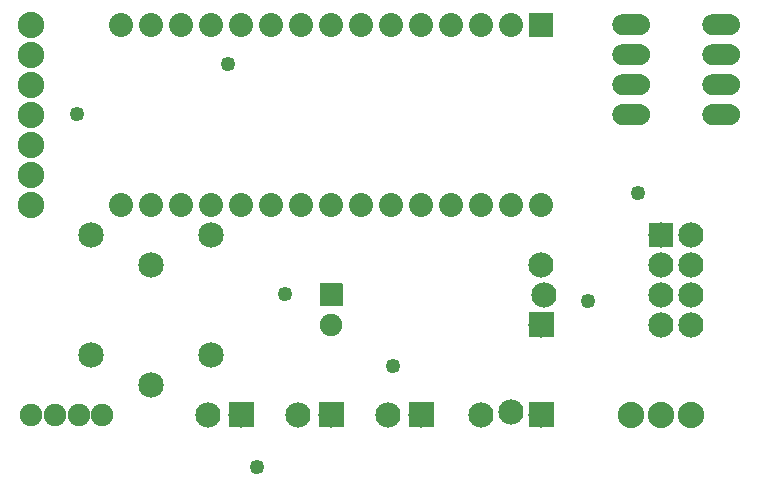
<source format=gts>
G04 MADE WITH FRITZING*
G04 WWW.FRITZING.ORG*
G04 DOUBLE SIDED*
G04 HOLES PLATED*
G04 CONTOUR ON CENTER OF CONTOUR VECTOR*
%ASAXBY*%
%FSLAX23Y23*%
%MOIN*%
%OFA0B0*%
%SFA1.0B1.0*%
%ADD10C,0.085000*%
%ADD11C,0.049370*%
%ADD12C,0.084000*%
%ADD13C,0.075000*%
%ADD14C,0.068189*%
%ADD15C,0.088000*%
%ADD16C,0.080000*%
%ADD17R,0.084000X0.084000*%
%ADD18R,0.080000X0.079972*%
%ADD19R,0.001000X0.001000*%
%LNMASK1*%
G90*
G70*
G54D10*
X740Y837D03*
X740Y437D03*
X540Y737D03*
X540Y337D03*
X340Y837D03*
X340Y437D03*
G54D11*
X291Y1239D03*
X1995Y615D03*
X795Y1407D03*
X2163Y975D03*
X987Y639D03*
X1347Y399D03*
X891Y63D03*
G54D12*
X2340Y837D03*
X2340Y737D03*
X2340Y637D03*
X2340Y537D03*
X2240Y837D03*
X2240Y737D03*
X2240Y637D03*
X2240Y537D03*
G54D13*
X140Y237D03*
X219Y237D03*
X298Y237D03*
X376Y237D03*
G54D14*
X2140Y1537D03*
X2140Y1437D03*
X2140Y1337D03*
X2140Y1237D03*
X2440Y1237D03*
X2440Y1337D03*
X2440Y1437D03*
X2440Y1537D03*
G54D12*
X1140Y237D03*
X1030Y237D03*
X1140Y237D03*
X1030Y237D03*
X840Y237D03*
X730Y237D03*
X840Y237D03*
X730Y237D03*
X1440Y237D03*
X1330Y237D03*
X1440Y237D03*
X1330Y237D03*
G54D15*
X2340Y237D03*
X2240Y237D03*
X2140Y237D03*
G54D12*
X1840Y237D03*
X1740Y247D03*
X1640Y237D03*
X1840Y237D03*
X1740Y247D03*
X1640Y237D03*
G54D13*
X1140Y537D03*
X1140Y637D03*
X1140Y537D03*
X1140Y637D03*
G54D12*
X1840Y537D03*
X1850Y637D03*
X1840Y737D03*
X1840Y537D03*
X1850Y637D03*
X1840Y737D03*
G54D15*
X140Y1537D03*
X140Y1437D03*
X140Y1337D03*
X140Y1237D03*
X140Y1137D03*
X140Y1037D03*
X140Y937D03*
G54D16*
X1840Y1537D03*
X1740Y1537D03*
X1640Y1537D03*
X1540Y1537D03*
X1440Y1537D03*
X1340Y1537D03*
X1240Y1537D03*
X1140Y1537D03*
X1040Y1537D03*
X940Y1537D03*
X840Y1537D03*
X740Y1537D03*
X640Y1537D03*
X540Y1537D03*
X440Y1537D03*
X1840Y937D03*
X1740Y937D03*
X1640Y937D03*
X1540Y937D03*
X1440Y937D03*
X1340Y937D03*
X1240Y937D03*
X1140Y937D03*
X1040Y937D03*
X940Y937D03*
X840Y937D03*
X740Y937D03*
X640Y937D03*
X540Y937D03*
X440Y937D03*
G54D17*
X2240Y837D03*
G54D18*
X1840Y1537D03*
G54D19*
X2105Y1571D02*
X2174Y1571D01*
X2405Y1571D02*
X2474Y1571D01*
X2101Y1570D02*
X2178Y1570D01*
X2401Y1570D02*
X2478Y1570D01*
X2098Y1569D02*
X2181Y1569D01*
X2398Y1569D02*
X2481Y1569D01*
X2096Y1568D02*
X2183Y1568D01*
X2396Y1568D02*
X2483Y1568D01*
X2094Y1567D02*
X2185Y1567D01*
X2394Y1567D02*
X2485Y1567D01*
X2092Y1566D02*
X2187Y1566D01*
X2392Y1566D02*
X2487Y1566D01*
X2091Y1565D02*
X2188Y1565D01*
X2391Y1565D02*
X2488Y1565D01*
X2090Y1564D02*
X2190Y1564D01*
X2390Y1564D02*
X2490Y1564D01*
X2088Y1563D02*
X2191Y1563D01*
X2388Y1563D02*
X2491Y1563D01*
X2087Y1562D02*
X2192Y1562D01*
X2387Y1562D02*
X2492Y1562D01*
X2086Y1561D02*
X2193Y1561D01*
X2386Y1561D02*
X2493Y1561D01*
X2085Y1560D02*
X2194Y1560D01*
X2385Y1560D02*
X2494Y1560D01*
X2085Y1559D02*
X2195Y1559D01*
X2385Y1559D02*
X2495Y1559D01*
X2084Y1558D02*
X2195Y1558D01*
X2384Y1558D02*
X2495Y1558D01*
X2083Y1557D02*
X2196Y1557D01*
X2383Y1557D02*
X2496Y1557D01*
X2082Y1556D02*
X2197Y1556D01*
X2382Y1556D02*
X2497Y1556D01*
X2082Y1555D02*
X2197Y1555D01*
X2382Y1555D02*
X2497Y1555D01*
X2081Y1554D02*
X2198Y1554D01*
X2381Y1554D02*
X2498Y1554D01*
X2081Y1553D02*
X2198Y1553D01*
X2381Y1553D02*
X2498Y1553D01*
X2080Y1552D02*
X2199Y1552D01*
X2380Y1552D02*
X2499Y1552D01*
X2080Y1551D02*
X2135Y1551D01*
X2144Y1551D02*
X2199Y1551D01*
X2380Y1551D02*
X2435Y1551D01*
X2444Y1551D02*
X2499Y1551D01*
X2079Y1550D02*
X2133Y1550D01*
X2147Y1550D02*
X2200Y1550D01*
X2379Y1550D02*
X2433Y1550D01*
X2447Y1550D02*
X2500Y1550D01*
X2079Y1549D02*
X2131Y1549D01*
X2148Y1549D02*
X2200Y1549D01*
X2379Y1549D02*
X2431Y1549D01*
X2448Y1549D02*
X2500Y1549D01*
X2079Y1548D02*
X2130Y1548D01*
X2149Y1548D02*
X2200Y1548D01*
X2379Y1548D02*
X2430Y1548D01*
X2449Y1548D02*
X2500Y1548D01*
X2078Y1547D02*
X2129Y1547D01*
X2150Y1547D02*
X2201Y1547D01*
X2378Y1547D02*
X2429Y1547D01*
X2450Y1547D02*
X2501Y1547D01*
X2078Y1546D02*
X2128Y1546D01*
X2151Y1546D02*
X2201Y1546D01*
X2378Y1546D02*
X2428Y1546D01*
X2451Y1546D02*
X2501Y1546D01*
X2078Y1545D02*
X2127Y1545D01*
X2152Y1545D02*
X2201Y1545D01*
X2378Y1545D02*
X2427Y1545D01*
X2452Y1545D02*
X2501Y1545D01*
X2078Y1544D02*
X2127Y1544D01*
X2153Y1544D02*
X2202Y1544D01*
X2378Y1544D02*
X2427Y1544D01*
X2453Y1544D02*
X2502Y1544D01*
X2077Y1543D02*
X2126Y1543D01*
X2153Y1543D02*
X2202Y1543D01*
X2377Y1543D02*
X2426Y1543D01*
X2453Y1543D02*
X2502Y1543D01*
X2077Y1542D02*
X2126Y1542D01*
X2153Y1542D02*
X2202Y1542D01*
X2377Y1542D02*
X2426Y1542D01*
X2453Y1542D02*
X2502Y1542D01*
X2077Y1541D02*
X2125Y1541D01*
X2154Y1541D02*
X2202Y1541D01*
X2377Y1541D02*
X2425Y1541D01*
X2454Y1541D02*
X2502Y1541D01*
X2077Y1540D02*
X2125Y1540D01*
X2154Y1540D02*
X2202Y1540D01*
X2377Y1540D02*
X2425Y1540D01*
X2454Y1540D02*
X2502Y1540D01*
X2077Y1539D02*
X2125Y1539D01*
X2154Y1539D02*
X2202Y1539D01*
X2377Y1539D02*
X2425Y1539D01*
X2454Y1539D02*
X2502Y1539D01*
X2077Y1538D02*
X2125Y1538D01*
X2154Y1538D02*
X2202Y1538D01*
X2377Y1538D02*
X2425Y1538D01*
X2454Y1538D02*
X2502Y1538D01*
X2077Y1537D02*
X2125Y1537D01*
X2154Y1537D02*
X2202Y1537D01*
X2377Y1537D02*
X2425Y1537D01*
X2454Y1537D02*
X2502Y1537D01*
X2077Y1536D02*
X2125Y1536D01*
X2154Y1536D02*
X2202Y1536D01*
X2377Y1536D02*
X2425Y1536D01*
X2454Y1536D02*
X2502Y1536D01*
X2077Y1535D02*
X2125Y1535D01*
X2154Y1535D02*
X2202Y1535D01*
X2377Y1535D02*
X2425Y1535D01*
X2454Y1535D02*
X2502Y1535D01*
X2077Y1534D02*
X2125Y1534D01*
X2154Y1534D02*
X2202Y1534D01*
X2377Y1534D02*
X2425Y1534D01*
X2454Y1534D02*
X2502Y1534D01*
X2077Y1533D02*
X2126Y1533D01*
X2153Y1533D02*
X2202Y1533D01*
X2377Y1533D02*
X2426Y1533D01*
X2453Y1533D02*
X2502Y1533D01*
X2077Y1532D02*
X2126Y1532D01*
X2153Y1532D02*
X2202Y1532D01*
X2377Y1532D02*
X2426Y1532D01*
X2453Y1532D02*
X2502Y1532D01*
X2078Y1531D02*
X2127Y1531D01*
X2153Y1531D02*
X2202Y1531D01*
X2378Y1531D02*
X2427Y1531D01*
X2453Y1531D02*
X2502Y1531D01*
X2078Y1530D02*
X2127Y1530D01*
X2152Y1530D02*
X2201Y1530D01*
X2378Y1530D02*
X2427Y1530D01*
X2452Y1530D02*
X2501Y1530D01*
X2078Y1529D02*
X2128Y1529D01*
X2151Y1529D02*
X2201Y1529D01*
X2378Y1529D02*
X2428Y1529D01*
X2451Y1529D02*
X2501Y1529D01*
X2078Y1528D02*
X2129Y1528D01*
X2150Y1528D02*
X2201Y1528D01*
X2378Y1528D02*
X2429Y1528D01*
X2450Y1528D02*
X2501Y1528D01*
X2079Y1527D02*
X2130Y1527D01*
X2149Y1527D02*
X2201Y1527D01*
X2379Y1527D02*
X2430Y1527D01*
X2449Y1527D02*
X2501Y1527D01*
X2079Y1526D02*
X2131Y1526D01*
X2148Y1526D02*
X2200Y1526D01*
X2379Y1526D02*
X2431Y1526D01*
X2448Y1526D02*
X2500Y1526D01*
X2079Y1525D02*
X2133Y1525D01*
X2147Y1525D02*
X2200Y1525D01*
X2379Y1525D02*
X2433Y1525D01*
X2447Y1525D02*
X2500Y1525D01*
X2080Y1524D02*
X2135Y1524D01*
X2144Y1524D02*
X2199Y1524D01*
X2380Y1524D02*
X2435Y1524D01*
X2444Y1524D02*
X2499Y1524D01*
X2080Y1523D02*
X2199Y1523D01*
X2380Y1523D02*
X2499Y1523D01*
X2081Y1522D02*
X2198Y1522D01*
X2381Y1522D02*
X2498Y1522D01*
X2081Y1521D02*
X2198Y1521D01*
X2381Y1521D02*
X2498Y1521D01*
X2082Y1520D02*
X2197Y1520D01*
X2382Y1520D02*
X2497Y1520D01*
X2082Y1519D02*
X2197Y1519D01*
X2382Y1519D02*
X2497Y1519D01*
X2083Y1518D02*
X2196Y1518D01*
X2383Y1518D02*
X2496Y1518D01*
X2084Y1517D02*
X2195Y1517D01*
X2384Y1517D02*
X2495Y1517D01*
X2085Y1516D02*
X2195Y1516D01*
X2385Y1516D02*
X2495Y1516D01*
X2085Y1515D02*
X2194Y1515D01*
X2385Y1515D02*
X2494Y1515D01*
X2086Y1514D02*
X2193Y1514D01*
X2386Y1514D02*
X2493Y1514D01*
X2087Y1513D02*
X2192Y1513D01*
X2387Y1513D02*
X2492Y1513D01*
X2088Y1512D02*
X2191Y1512D01*
X2388Y1512D02*
X2491Y1512D01*
X2090Y1511D02*
X2190Y1511D01*
X2390Y1511D02*
X2490Y1511D01*
X2091Y1510D02*
X2188Y1510D01*
X2391Y1510D02*
X2488Y1510D01*
X2092Y1509D02*
X2187Y1509D01*
X2392Y1509D02*
X2487Y1509D01*
X2094Y1508D02*
X2185Y1508D01*
X2394Y1508D02*
X2485Y1508D01*
X2096Y1507D02*
X2183Y1507D01*
X2396Y1507D02*
X2483Y1507D01*
X2098Y1506D02*
X2181Y1506D01*
X2398Y1506D02*
X2481Y1506D01*
X2101Y1505D02*
X2178Y1505D01*
X2401Y1505D02*
X2478Y1505D01*
X2105Y1504D02*
X2174Y1504D01*
X2405Y1504D02*
X2474Y1504D01*
X2105Y1471D02*
X2174Y1471D01*
X2405Y1471D02*
X2474Y1471D01*
X2101Y1470D02*
X2178Y1470D01*
X2401Y1470D02*
X2478Y1470D01*
X2098Y1469D02*
X2181Y1469D01*
X2398Y1469D02*
X2481Y1469D01*
X2096Y1468D02*
X2183Y1468D01*
X2396Y1468D02*
X2483Y1468D01*
X2094Y1467D02*
X2185Y1467D01*
X2394Y1467D02*
X2485Y1467D01*
X2092Y1466D02*
X2187Y1466D01*
X2392Y1466D02*
X2487Y1466D01*
X2091Y1465D02*
X2188Y1465D01*
X2391Y1465D02*
X2488Y1465D01*
X2090Y1464D02*
X2190Y1464D01*
X2390Y1464D02*
X2490Y1464D01*
X2088Y1463D02*
X2191Y1463D01*
X2388Y1463D02*
X2491Y1463D01*
X2087Y1462D02*
X2192Y1462D01*
X2387Y1462D02*
X2492Y1462D01*
X2086Y1461D02*
X2193Y1461D01*
X2386Y1461D02*
X2493Y1461D01*
X2085Y1460D02*
X2194Y1460D01*
X2385Y1460D02*
X2494Y1460D01*
X2085Y1459D02*
X2195Y1459D01*
X2385Y1459D02*
X2495Y1459D01*
X2084Y1458D02*
X2195Y1458D01*
X2384Y1458D02*
X2495Y1458D01*
X2083Y1457D02*
X2196Y1457D01*
X2383Y1457D02*
X2496Y1457D01*
X2082Y1456D02*
X2197Y1456D01*
X2382Y1456D02*
X2497Y1456D01*
X2082Y1455D02*
X2197Y1455D01*
X2382Y1455D02*
X2497Y1455D01*
X2081Y1454D02*
X2198Y1454D01*
X2381Y1454D02*
X2498Y1454D01*
X2081Y1453D02*
X2198Y1453D01*
X2381Y1453D02*
X2498Y1453D01*
X2080Y1452D02*
X2199Y1452D01*
X2380Y1452D02*
X2499Y1452D01*
X2080Y1451D02*
X2135Y1451D01*
X2144Y1451D02*
X2199Y1451D01*
X2380Y1451D02*
X2435Y1451D01*
X2444Y1451D02*
X2499Y1451D01*
X2079Y1450D02*
X2132Y1450D01*
X2147Y1450D02*
X2200Y1450D01*
X2379Y1450D02*
X2432Y1450D01*
X2447Y1450D02*
X2500Y1450D01*
X2079Y1449D02*
X2131Y1449D01*
X2148Y1449D02*
X2200Y1449D01*
X2379Y1449D02*
X2431Y1449D01*
X2448Y1449D02*
X2500Y1449D01*
X2079Y1448D02*
X2130Y1448D01*
X2149Y1448D02*
X2201Y1448D01*
X2379Y1448D02*
X2430Y1448D01*
X2449Y1448D02*
X2501Y1448D01*
X2078Y1447D02*
X2129Y1447D01*
X2150Y1447D02*
X2201Y1447D01*
X2378Y1447D02*
X2429Y1447D01*
X2450Y1447D02*
X2501Y1447D01*
X2078Y1446D02*
X2128Y1446D01*
X2151Y1446D02*
X2201Y1446D01*
X2378Y1446D02*
X2428Y1446D01*
X2451Y1446D02*
X2501Y1446D01*
X2078Y1445D02*
X2127Y1445D01*
X2152Y1445D02*
X2201Y1445D01*
X2378Y1445D02*
X2427Y1445D01*
X2452Y1445D02*
X2501Y1445D01*
X2078Y1444D02*
X2127Y1444D01*
X2153Y1444D02*
X2202Y1444D01*
X2378Y1444D02*
X2427Y1444D01*
X2453Y1444D02*
X2502Y1444D01*
X2077Y1443D02*
X2126Y1443D01*
X2153Y1443D02*
X2202Y1443D01*
X2377Y1443D02*
X2426Y1443D01*
X2453Y1443D02*
X2502Y1443D01*
X2077Y1442D02*
X2126Y1442D01*
X2153Y1442D02*
X2202Y1442D01*
X2377Y1442D02*
X2426Y1442D01*
X2453Y1442D02*
X2502Y1442D01*
X2077Y1441D02*
X2125Y1441D01*
X2154Y1441D02*
X2202Y1441D01*
X2377Y1441D02*
X2425Y1441D01*
X2454Y1441D02*
X2502Y1441D01*
X2077Y1440D02*
X2125Y1440D01*
X2154Y1440D02*
X2202Y1440D01*
X2377Y1440D02*
X2425Y1440D01*
X2454Y1440D02*
X2502Y1440D01*
X2077Y1439D02*
X2125Y1439D01*
X2154Y1439D02*
X2202Y1439D01*
X2377Y1439D02*
X2425Y1439D01*
X2454Y1439D02*
X2502Y1439D01*
X2077Y1438D02*
X2125Y1438D01*
X2154Y1438D02*
X2202Y1438D01*
X2377Y1438D02*
X2425Y1438D01*
X2454Y1438D02*
X2502Y1438D01*
X2077Y1437D02*
X2125Y1437D01*
X2154Y1437D02*
X2202Y1437D01*
X2377Y1437D02*
X2425Y1437D01*
X2454Y1437D02*
X2502Y1437D01*
X2077Y1436D02*
X2125Y1436D01*
X2154Y1436D02*
X2202Y1436D01*
X2377Y1436D02*
X2425Y1436D01*
X2454Y1436D02*
X2502Y1436D01*
X2077Y1435D02*
X2125Y1435D01*
X2154Y1435D02*
X2202Y1435D01*
X2377Y1435D02*
X2425Y1435D01*
X2454Y1435D02*
X2502Y1435D01*
X2077Y1434D02*
X2125Y1434D01*
X2154Y1434D02*
X2202Y1434D01*
X2377Y1434D02*
X2425Y1434D01*
X2454Y1434D02*
X2502Y1434D01*
X2077Y1433D02*
X2126Y1433D01*
X2153Y1433D02*
X2202Y1433D01*
X2377Y1433D02*
X2426Y1433D01*
X2453Y1433D02*
X2502Y1433D01*
X2077Y1432D02*
X2126Y1432D01*
X2153Y1432D02*
X2202Y1432D01*
X2377Y1432D02*
X2426Y1432D01*
X2453Y1432D02*
X2502Y1432D01*
X2078Y1431D02*
X2127Y1431D01*
X2153Y1431D02*
X2202Y1431D01*
X2378Y1431D02*
X2427Y1431D01*
X2453Y1431D02*
X2502Y1431D01*
X2078Y1430D02*
X2127Y1430D01*
X2152Y1430D02*
X2201Y1430D01*
X2378Y1430D02*
X2427Y1430D01*
X2452Y1430D02*
X2501Y1430D01*
X2078Y1429D02*
X2128Y1429D01*
X2151Y1429D02*
X2201Y1429D01*
X2378Y1429D02*
X2428Y1429D01*
X2451Y1429D02*
X2501Y1429D01*
X2078Y1428D02*
X2129Y1428D01*
X2150Y1428D02*
X2201Y1428D01*
X2378Y1428D02*
X2429Y1428D01*
X2450Y1428D02*
X2501Y1428D01*
X2079Y1427D02*
X2130Y1427D01*
X2149Y1427D02*
X2200Y1427D01*
X2379Y1427D02*
X2430Y1427D01*
X2449Y1427D02*
X2500Y1427D01*
X2079Y1426D02*
X2131Y1426D01*
X2148Y1426D02*
X2200Y1426D01*
X2379Y1426D02*
X2431Y1426D01*
X2448Y1426D02*
X2500Y1426D01*
X2079Y1425D02*
X2133Y1425D01*
X2147Y1425D02*
X2200Y1425D01*
X2379Y1425D02*
X2433Y1425D01*
X2447Y1425D02*
X2500Y1425D01*
X2080Y1424D02*
X2135Y1424D01*
X2144Y1424D02*
X2199Y1424D01*
X2380Y1424D02*
X2435Y1424D01*
X2444Y1424D02*
X2499Y1424D01*
X2080Y1423D02*
X2199Y1423D01*
X2380Y1423D02*
X2499Y1423D01*
X2081Y1422D02*
X2198Y1422D01*
X2381Y1422D02*
X2498Y1422D01*
X2081Y1421D02*
X2198Y1421D01*
X2381Y1421D02*
X2498Y1421D01*
X2082Y1420D02*
X2197Y1420D01*
X2382Y1420D02*
X2497Y1420D01*
X2082Y1419D02*
X2197Y1419D01*
X2382Y1419D02*
X2497Y1419D01*
X2083Y1418D02*
X2196Y1418D01*
X2383Y1418D02*
X2496Y1418D01*
X2084Y1417D02*
X2195Y1417D01*
X2384Y1417D02*
X2495Y1417D01*
X2085Y1416D02*
X2195Y1416D01*
X2385Y1416D02*
X2495Y1416D01*
X2085Y1415D02*
X2194Y1415D01*
X2385Y1415D02*
X2494Y1415D01*
X2086Y1414D02*
X2193Y1414D01*
X2386Y1414D02*
X2493Y1414D01*
X2087Y1413D02*
X2192Y1413D01*
X2387Y1413D02*
X2492Y1413D01*
X2088Y1412D02*
X2191Y1412D01*
X2388Y1412D02*
X2491Y1412D01*
X2090Y1411D02*
X2190Y1411D01*
X2390Y1411D02*
X2490Y1411D01*
X2091Y1410D02*
X2188Y1410D01*
X2391Y1410D02*
X2488Y1410D01*
X2092Y1409D02*
X2187Y1409D01*
X2392Y1409D02*
X2487Y1409D01*
X2094Y1408D02*
X2185Y1408D01*
X2394Y1408D02*
X2485Y1408D01*
X2096Y1407D02*
X2183Y1407D01*
X2396Y1407D02*
X2483Y1407D01*
X2098Y1406D02*
X2181Y1406D01*
X2398Y1406D02*
X2481Y1406D01*
X2101Y1405D02*
X2178Y1405D01*
X2401Y1405D02*
X2478Y1405D01*
X2105Y1404D02*
X2174Y1404D01*
X2405Y1404D02*
X2474Y1404D01*
X2105Y1371D02*
X2174Y1371D01*
X2405Y1371D02*
X2474Y1371D01*
X2101Y1370D02*
X2178Y1370D01*
X2401Y1370D02*
X2478Y1370D01*
X2098Y1369D02*
X2181Y1369D01*
X2398Y1369D02*
X2481Y1369D01*
X2096Y1368D02*
X2183Y1368D01*
X2396Y1368D02*
X2483Y1368D01*
X2094Y1367D02*
X2185Y1367D01*
X2394Y1367D02*
X2485Y1367D01*
X2092Y1366D02*
X2187Y1366D01*
X2392Y1366D02*
X2487Y1366D01*
X2091Y1365D02*
X2188Y1365D01*
X2391Y1365D02*
X2488Y1365D01*
X2090Y1364D02*
X2190Y1364D01*
X2390Y1364D02*
X2490Y1364D01*
X2088Y1363D02*
X2191Y1363D01*
X2388Y1363D02*
X2491Y1363D01*
X2087Y1362D02*
X2192Y1362D01*
X2387Y1362D02*
X2492Y1362D01*
X2086Y1361D02*
X2193Y1361D01*
X2386Y1361D02*
X2493Y1361D01*
X2085Y1360D02*
X2194Y1360D01*
X2385Y1360D02*
X2494Y1360D01*
X2085Y1359D02*
X2195Y1359D01*
X2385Y1359D02*
X2495Y1359D01*
X2084Y1358D02*
X2195Y1358D01*
X2384Y1358D02*
X2495Y1358D01*
X2083Y1357D02*
X2196Y1357D01*
X2383Y1357D02*
X2496Y1357D01*
X2082Y1356D02*
X2197Y1356D01*
X2382Y1356D02*
X2497Y1356D01*
X2082Y1355D02*
X2197Y1355D01*
X2382Y1355D02*
X2497Y1355D01*
X2081Y1354D02*
X2198Y1354D01*
X2381Y1354D02*
X2498Y1354D01*
X2081Y1353D02*
X2198Y1353D01*
X2381Y1353D02*
X2498Y1353D01*
X2080Y1352D02*
X2199Y1352D01*
X2380Y1352D02*
X2499Y1352D01*
X2080Y1351D02*
X2135Y1351D01*
X2144Y1351D02*
X2199Y1351D01*
X2380Y1351D02*
X2435Y1351D01*
X2444Y1351D02*
X2499Y1351D01*
X2079Y1350D02*
X2132Y1350D01*
X2147Y1350D02*
X2200Y1350D01*
X2379Y1350D02*
X2432Y1350D01*
X2447Y1350D02*
X2500Y1350D01*
X2079Y1349D02*
X2131Y1349D01*
X2148Y1349D02*
X2200Y1349D01*
X2379Y1349D02*
X2431Y1349D01*
X2448Y1349D02*
X2500Y1349D01*
X2079Y1348D02*
X2130Y1348D01*
X2149Y1348D02*
X2201Y1348D01*
X2379Y1348D02*
X2430Y1348D01*
X2449Y1348D02*
X2501Y1348D01*
X2078Y1347D02*
X2129Y1347D01*
X2150Y1347D02*
X2201Y1347D01*
X2378Y1347D02*
X2429Y1347D01*
X2450Y1347D02*
X2501Y1347D01*
X2078Y1346D02*
X2128Y1346D01*
X2151Y1346D02*
X2201Y1346D01*
X2378Y1346D02*
X2428Y1346D01*
X2451Y1346D02*
X2501Y1346D01*
X2078Y1345D02*
X2127Y1345D01*
X2152Y1345D02*
X2201Y1345D01*
X2378Y1345D02*
X2427Y1345D01*
X2452Y1345D02*
X2501Y1345D01*
X2078Y1344D02*
X2127Y1344D01*
X2153Y1344D02*
X2202Y1344D01*
X2378Y1344D02*
X2427Y1344D01*
X2453Y1344D02*
X2502Y1344D01*
X2077Y1343D02*
X2126Y1343D01*
X2153Y1343D02*
X2202Y1343D01*
X2377Y1343D02*
X2426Y1343D01*
X2453Y1343D02*
X2502Y1343D01*
X2077Y1342D02*
X2126Y1342D01*
X2153Y1342D02*
X2202Y1342D01*
X2377Y1342D02*
X2426Y1342D01*
X2453Y1342D02*
X2502Y1342D01*
X2077Y1341D02*
X2125Y1341D01*
X2154Y1341D02*
X2202Y1341D01*
X2377Y1341D02*
X2425Y1341D01*
X2454Y1341D02*
X2502Y1341D01*
X2077Y1340D02*
X2125Y1340D01*
X2154Y1340D02*
X2202Y1340D01*
X2377Y1340D02*
X2425Y1340D01*
X2454Y1340D02*
X2502Y1340D01*
X2077Y1339D02*
X2125Y1339D01*
X2154Y1339D02*
X2202Y1339D01*
X2377Y1339D02*
X2425Y1339D01*
X2454Y1339D02*
X2502Y1339D01*
X2077Y1338D02*
X2125Y1338D01*
X2154Y1338D02*
X2202Y1338D01*
X2377Y1338D02*
X2425Y1338D01*
X2454Y1338D02*
X2502Y1338D01*
X2077Y1337D02*
X2125Y1337D01*
X2154Y1337D02*
X2202Y1337D01*
X2377Y1337D02*
X2425Y1337D01*
X2454Y1337D02*
X2502Y1337D01*
X2077Y1336D02*
X2125Y1336D01*
X2154Y1336D02*
X2202Y1336D01*
X2377Y1336D02*
X2425Y1336D01*
X2454Y1336D02*
X2502Y1336D01*
X2077Y1335D02*
X2125Y1335D01*
X2154Y1335D02*
X2202Y1335D01*
X2377Y1335D02*
X2425Y1335D01*
X2454Y1335D02*
X2502Y1335D01*
X2077Y1334D02*
X2125Y1334D01*
X2154Y1334D02*
X2202Y1334D01*
X2377Y1334D02*
X2425Y1334D01*
X2454Y1334D02*
X2502Y1334D01*
X2077Y1333D02*
X2126Y1333D01*
X2153Y1333D02*
X2202Y1333D01*
X2377Y1333D02*
X2426Y1333D01*
X2453Y1333D02*
X2502Y1333D01*
X2077Y1332D02*
X2126Y1332D01*
X2153Y1332D02*
X2202Y1332D01*
X2377Y1332D02*
X2426Y1332D01*
X2453Y1332D02*
X2502Y1332D01*
X2078Y1331D02*
X2127Y1331D01*
X2153Y1331D02*
X2202Y1331D01*
X2378Y1331D02*
X2427Y1331D01*
X2453Y1331D02*
X2502Y1331D01*
X2078Y1330D02*
X2127Y1330D01*
X2152Y1330D02*
X2201Y1330D01*
X2378Y1330D02*
X2427Y1330D01*
X2452Y1330D02*
X2501Y1330D01*
X2078Y1329D02*
X2128Y1329D01*
X2151Y1329D02*
X2201Y1329D01*
X2378Y1329D02*
X2428Y1329D01*
X2451Y1329D02*
X2501Y1329D01*
X2078Y1328D02*
X2129Y1328D01*
X2150Y1328D02*
X2201Y1328D01*
X2378Y1328D02*
X2429Y1328D01*
X2450Y1328D02*
X2501Y1328D01*
X2079Y1327D02*
X2130Y1327D01*
X2149Y1327D02*
X2200Y1327D01*
X2379Y1327D02*
X2430Y1327D01*
X2449Y1327D02*
X2500Y1327D01*
X2079Y1326D02*
X2131Y1326D01*
X2148Y1326D02*
X2200Y1326D01*
X2379Y1326D02*
X2431Y1326D01*
X2448Y1326D02*
X2500Y1326D01*
X2079Y1325D02*
X2133Y1325D01*
X2147Y1325D02*
X2200Y1325D01*
X2379Y1325D02*
X2433Y1325D01*
X2446Y1325D02*
X2500Y1325D01*
X2080Y1324D02*
X2135Y1324D01*
X2144Y1324D02*
X2199Y1324D01*
X2380Y1324D02*
X2435Y1324D01*
X2444Y1324D02*
X2499Y1324D01*
X2080Y1323D02*
X2199Y1323D01*
X2380Y1323D02*
X2499Y1323D01*
X2081Y1322D02*
X2198Y1322D01*
X2381Y1322D02*
X2498Y1322D01*
X2081Y1321D02*
X2198Y1321D01*
X2381Y1321D02*
X2498Y1321D01*
X2082Y1320D02*
X2197Y1320D01*
X2382Y1320D02*
X2497Y1320D01*
X2082Y1319D02*
X2197Y1319D01*
X2382Y1319D02*
X2497Y1319D01*
X2083Y1318D02*
X2196Y1318D01*
X2383Y1318D02*
X2496Y1318D01*
X2084Y1317D02*
X2195Y1317D01*
X2384Y1317D02*
X2495Y1317D01*
X2085Y1316D02*
X2195Y1316D01*
X2385Y1316D02*
X2495Y1316D01*
X2085Y1315D02*
X2194Y1315D01*
X2385Y1315D02*
X2494Y1315D01*
X2086Y1314D02*
X2193Y1314D01*
X2386Y1314D02*
X2493Y1314D01*
X2087Y1313D02*
X2192Y1313D01*
X2387Y1313D02*
X2492Y1313D01*
X2088Y1312D02*
X2191Y1312D01*
X2388Y1312D02*
X2491Y1312D01*
X2090Y1311D02*
X2189Y1311D01*
X2390Y1311D02*
X2489Y1311D01*
X2091Y1310D02*
X2188Y1310D01*
X2391Y1310D02*
X2488Y1310D01*
X2093Y1309D02*
X2187Y1309D01*
X2393Y1309D02*
X2487Y1309D01*
X2094Y1308D02*
X2185Y1308D01*
X2394Y1308D02*
X2485Y1308D01*
X2096Y1307D02*
X2183Y1307D01*
X2396Y1307D02*
X2483Y1307D01*
X2098Y1306D02*
X2181Y1306D01*
X2398Y1306D02*
X2481Y1306D01*
X2101Y1305D02*
X2178Y1305D01*
X2401Y1305D02*
X2478Y1305D01*
X2105Y1304D02*
X2174Y1304D01*
X2405Y1304D02*
X2474Y1304D01*
X2104Y1271D02*
X2175Y1271D01*
X2404Y1271D02*
X2475Y1271D01*
X2101Y1270D02*
X2178Y1270D01*
X2401Y1270D02*
X2478Y1270D01*
X2098Y1269D02*
X2181Y1269D01*
X2398Y1269D02*
X2481Y1269D01*
X2096Y1268D02*
X2183Y1268D01*
X2396Y1268D02*
X2483Y1268D01*
X2094Y1267D02*
X2185Y1267D01*
X2394Y1267D02*
X2485Y1267D01*
X2092Y1266D02*
X2187Y1266D01*
X2392Y1266D02*
X2487Y1266D01*
X2091Y1265D02*
X2188Y1265D01*
X2391Y1265D02*
X2488Y1265D01*
X2089Y1264D02*
X2190Y1264D01*
X2389Y1264D02*
X2490Y1264D01*
X2088Y1263D02*
X2191Y1263D01*
X2388Y1263D02*
X2491Y1263D01*
X2087Y1262D02*
X2192Y1262D01*
X2387Y1262D02*
X2492Y1262D01*
X2086Y1261D02*
X2193Y1261D01*
X2386Y1261D02*
X2493Y1261D01*
X2085Y1260D02*
X2194Y1260D01*
X2385Y1260D02*
X2494Y1260D01*
X2084Y1259D02*
X2195Y1259D01*
X2384Y1259D02*
X2495Y1259D01*
X2084Y1258D02*
X2195Y1258D01*
X2384Y1258D02*
X2495Y1258D01*
X2083Y1257D02*
X2196Y1257D01*
X2383Y1257D02*
X2496Y1257D01*
X2082Y1256D02*
X2197Y1256D01*
X2382Y1256D02*
X2497Y1256D01*
X2082Y1255D02*
X2197Y1255D01*
X2382Y1255D02*
X2497Y1255D01*
X2081Y1254D02*
X2198Y1254D01*
X2381Y1254D02*
X2498Y1254D01*
X2081Y1253D02*
X2198Y1253D01*
X2381Y1253D02*
X2498Y1253D01*
X2080Y1252D02*
X2199Y1252D01*
X2380Y1252D02*
X2499Y1252D01*
X2080Y1251D02*
X2135Y1251D01*
X2144Y1251D02*
X2199Y1251D01*
X2380Y1251D02*
X2435Y1251D01*
X2444Y1251D02*
X2499Y1251D01*
X2079Y1250D02*
X2132Y1250D01*
X2147Y1250D02*
X2200Y1250D01*
X2379Y1250D02*
X2432Y1250D01*
X2447Y1250D02*
X2500Y1250D01*
X2079Y1249D02*
X2131Y1249D01*
X2148Y1249D02*
X2200Y1249D01*
X2379Y1249D02*
X2431Y1249D01*
X2448Y1249D02*
X2500Y1249D01*
X2079Y1248D02*
X2130Y1248D01*
X2150Y1248D02*
X2201Y1248D01*
X2379Y1248D02*
X2430Y1248D01*
X2450Y1248D02*
X2501Y1248D01*
X2078Y1247D02*
X2129Y1247D01*
X2151Y1247D02*
X2201Y1247D01*
X2378Y1247D02*
X2429Y1247D01*
X2451Y1247D02*
X2501Y1247D01*
X2078Y1246D02*
X2128Y1246D01*
X2151Y1246D02*
X2201Y1246D01*
X2378Y1246D02*
X2428Y1246D01*
X2451Y1246D02*
X2501Y1246D01*
X2078Y1245D02*
X2127Y1245D01*
X2152Y1245D02*
X2201Y1245D01*
X2378Y1245D02*
X2427Y1245D01*
X2452Y1245D02*
X2501Y1245D01*
X2078Y1244D02*
X2126Y1244D01*
X2153Y1244D02*
X2202Y1244D01*
X2378Y1244D02*
X2426Y1244D01*
X2453Y1244D02*
X2502Y1244D01*
X2077Y1243D02*
X2126Y1243D01*
X2153Y1243D02*
X2202Y1243D01*
X2377Y1243D02*
X2426Y1243D01*
X2453Y1243D02*
X2502Y1243D01*
X2077Y1242D02*
X2126Y1242D01*
X2153Y1242D02*
X2202Y1242D01*
X2377Y1242D02*
X2426Y1242D01*
X2453Y1242D02*
X2502Y1242D01*
X2077Y1241D02*
X2125Y1241D01*
X2154Y1241D02*
X2202Y1241D01*
X2377Y1241D02*
X2425Y1241D01*
X2454Y1241D02*
X2502Y1241D01*
X2077Y1240D02*
X2125Y1240D01*
X2154Y1240D02*
X2202Y1240D01*
X2377Y1240D02*
X2425Y1240D01*
X2454Y1240D02*
X2502Y1240D01*
X2077Y1239D02*
X2125Y1239D01*
X2154Y1239D02*
X2202Y1239D01*
X2377Y1239D02*
X2425Y1239D01*
X2454Y1239D02*
X2502Y1239D01*
X2077Y1238D02*
X2125Y1238D01*
X2154Y1238D02*
X2202Y1238D01*
X2377Y1238D02*
X2425Y1238D01*
X2454Y1238D02*
X2502Y1238D01*
X2077Y1237D02*
X2125Y1237D01*
X2154Y1237D02*
X2202Y1237D01*
X2377Y1237D02*
X2425Y1237D01*
X2454Y1237D02*
X2502Y1237D01*
X2077Y1236D02*
X2125Y1236D01*
X2154Y1236D02*
X2202Y1236D01*
X2377Y1236D02*
X2425Y1236D01*
X2454Y1236D02*
X2502Y1236D01*
X2077Y1235D02*
X2125Y1235D01*
X2154Y1235D02*
X2202Y1235D01*
X2377Y1235D02*
X2425Y1235D01*
X2454Y1235D02*
X2502Y1235D01*
X2077Y1234D02*
X2125Y1234D01*
X2154Y1234D02*
X2202Y1234D01*
X2377Y1234D02*
X2425Y1234D01*
X2454Y1234D02*
X2502Y1234D01*
X2077Y1233D02*
X2126Y1233D01*
X2153Y1233D02*
X2202Y1233D01*
X2377Y1233D02*
X2426Y1233D01*
X2453Y1233D02*
X2502Y1233D01*
X2077Y1232D02*
X2126Y1232D01*
X2153Y1232D02*
X2202Y1232D01*
X2377Y1232D02*
X2426Y1232D01*
X2453Y1232D02*
X2502Y1232D01*
X2078Y1231D02*
X2127Y1231D01*
X2153Y1231D02*
X2202Y1231D01*
X2378Y1231D02*
X2427Y1231D01*
X2453Y1231D02*
X2502Y1231D01*
X2078Y1230D02*
X2127Y1230D01*
X2152Y1230D02*
X2201Y1230D01*
X2378Y1230D02*
X2427Y1230D01*
X2452Y1230D02*
X2501Y1230D01*
X2078Y1229D02*
X2128Y1229D01*
X2151Y1229D02*
X2201Y1229D01*
X2378Y1229D02*
X2428Y1229D01*
X2451Y1229D02*
X2501Y1229D01*
X2078Y1228D02*
X2129Y1228D01*
X2150Y1228D02*
X2201Y1228D01*
X2378Y1228D02*
X2429Y1228D01*
X2450Y1228D02*
X2501Y1228D01*
X2079Y1227D02*
X2130Y1227D01*
X2149Y1227D02*
X2200Y1227D01*
X2379Y1227D02*
X2430Y1227D01*
X2449Y1227D02*
X2500Y1227D01*
X2079Y1226D02*
X2131Y1226D01*
X2148Y1226D02*
X2200Y1226D01*
X2379Y1226D02*
X2431Y1226D01*
X2448Y1226D02*
X2500Y1226D01*
X2079Y1225D02*
X2133Y1225D01*
X2146Y1225D02*
X2200Y1225D01*
X2379Y1225D02*
X2433Y1225D01*
X2446Y1225D02*
X2500Y1225D01*
X2080Y1224D02*
X2135Y1224D01*
X2144Y1224D02*
X2199Y1224D01*
X2380Y1224D02*
X2435Y1224D01*
X2444Y1224D02*
X2499Y1224D01*
X2080Y1223D02*
X2199Y1223D01*
X2380Y1223D02*
X2499Y1223D01*
X2081Y1222D02*
X2198Y1222D01*
X2381Y1222D02*
X2498Y1222D01*
X2081Y1221D02*
X2198Y1221D01*
X2381Y1221D02*
X2498Y1221D01*
X2082Y1220D02*
X2197Y1220D01*
X2382Y1220D02*
X2497Y1220D01*
X2082Y1219D02*
X2197Y1219D01*
X2382Y1219D02*
X2497Y1219D01*
X2083Y1218D02*
X2196Y1218D01*
X2383Y1218D02*
X2496Y1218D01*
X2084Y1217D02*
X2195Y1217D01*
X2384Y1217D02*
X2495Y1217D01*
X2085Y1216D02*
X2195Y1216D01*
X2385Y1216D02*
X2494Y1216D01*
X2086Y1215D02*
X2194Y1215D01*
X2386Y1215D02*
X2494Y1215D01*
X2086Y1214D02*
X2193Y1214D01*
X2386Y1214D02*
X2493Y1214D01*
X2087Y1213D02*
X2192Y1213D01*
X2387Y1213D02*
X2492Y1213D01*
X2089Y1212D02*
X2191Y1212D01*
X2389Y1212D02*
X2491Y1212D01*
X2090Y1211D02*
X2189Y1211D01*
X2390Y1211D02*
X2489Y1211D01*
X2091Y1210D02*
X2188Y1210D01*
X2391Y1210D02*
X2488Y1210D01*
X2093Y1209D02*
X2187Y1209D01*
X2393Y1209D02*
X2487Y1209D01*
X2094Y1208D02*
X2185Y1208D01*
X2394Y1208D02*
X2485Y1208D01*
X2096Y1207D02*
X2183Y1207D01*
X2396Y1207D02*
X2483Y1207D01*
X2098Y1206D02*
X2181Y1206D01*
X2398Y1206D02*
X2481Y1206D01*
X2101Y1205D02*
X2178Y1205D01*
X2401Y1205D02*
X2478Y1205D01*
X2106Y1204D02*
X2173Y1204D01*
X2406Y1204D02*
X2473Y1204D01*
X1103Y675D02*
X1176Y675D01*
X1103Y674D02*
X1177Y674D01*
X1103Y673D02*
X1177Y673D01*
X1103Y672D02*
X1177Y672D01*
X1103Y671D02*
X1177Y671D01*
X1103Y670D02*
X1177Y670D01*
X1103Y669D02*
X1177Y669D01*
X1103Y668D02*
X1177Y668D01*
X1103Y667D02*
X1177Y667D01*
X1103Y666D02*
X1177Y666D01*
X1103Y665D02*
X1177Y665D01*
X1103Y664D02*
X1177Y664D01*
X1103Y663D02*
X1177Y663D01*
X1103Y662D02*
X1177Y662D01*
X1103Y661D02*
X1177Y661D01*
X1103Y660D02*
X1177Y660D01*
X1103Y659D02*
X1177Y659D01*
X1103Y658D02*
X1177Y658D01*
X1103Y657D02*
X1177Y657D01*
X1103Y656D02*
X1177Y656D01*
X1103Y655D02*
X1177Y655D01*
X1103Y654D02*
X1177Y654D01*
X1103Y653D02*
X1177Y653D01*
X1103Y652D02*
X1177Y652D01*
X1103Y651D02*
X1177Y651D01*
X1103Y650D02*
X1177Y650D01*
X1103Y649D02*
X1177Y649D01*
X1103Y648D02*
X1177Y648D01*
X1103Y647D02*
X1177Y647D01*
X1103Y646D02*
X1136Y646D01*
X1143Y646D02*
X1177Y646D01*
X1103Y645D02*
X1134Y645D01*
X1145Y645D02*
X1177Y645D01*
X1103Y644D02*
X1133Y644D01*
X1146Y644D02*
X1177Y644D01*
X1103Y643D02*
X1132Y643D01*
X1147Y643D02*
X1177Y643D01*
X1103Y642D02*
X1131Y642D01*
X1148Y642D02*
X1177Y642D01*
X1103Y641D02*
X1131Y641D01*
X1148Y641D02*
X1177Y641D01*
X1103Y640D02*
X1130Y640D01*
X1149Y640D02*
X1177Y640D01*
X1103Y639D02*
X1130Y639D01*
X1149Y639D02*
X1177Y639D01*
X1103Y638D02*
X1130Y638D01*
X1149Y638D02*
X1177Y638D01*
X1103Y637D02*
X1130Y637D01*
X1149Y637D02*
X1177Y637D01*
X1103Y636D02*
X1130Y636D01*
X1149Y636D02*
X1177Y636D01*
X1103Y635D02*
X1131Y635D01*
X1148Y635D02*
X1177Y635D01*
X1103Y634D02*
X1131Y634D01*
X1148Y634D02*
X1177Y634D01*
X1103Y633D02*
X1132Y633D01*
X1147Y633D02*
X1177Y633D01*
X1103Y632D02*
X1132Y632D01*
X1147Y632D02*
X1177Y632D01*
X1103Y631D02*
X1133Y631D01*
X1146Y631D02*
X1177Y631D01*
X1103Y630D02*
X1135Y630D01*
X1144Y630D02*
X1177Y630D01*
X1103Y629D02*
X1177Y629D01*
X1103Y628D02*
X1177Y628D01*
X1103Y627D02*
X1177Y627D01*
X1103Y626D02*
X1177Y626D01*
X1103Y625D02*
X1177Y625D01*
X1103Y624D02*
X1177Y624D01*
X1103Y623D02*
X1177Y623D01*
X1103Y622D02*
X1177Y622D01*
X1103Y621D02*
X1177Y621D01*
X1103Y620D02*
X1177Y620D01*
X1103Y619D02*
X1177Y619D01*
X1103Y618D02*
X1177Y618D01*
X1103Y617D02*
X1177Y617D01*
X1103Y616D02*
X1177Y616D01*
X1103Y615D02*
X1177Y615D01*
X1103Y614D02*
X1177Y614D01*
X1103Y613D02*
X1177Y613D01*
X1103Y612D02*
X1177Y612D01*
X1103Y611D02*
X1177Y611D01*
X1103Y610D02*
X1177Y610D01*
X1103Y609D02*
X1177Y609D01*
X1103Y608D02*
X1177Y608D01*
X1103Y607D02*
X1177Y607D01*
X1103Y606D02*
X1177Y606D01*
X1103Y605D02*
X1177Y605D01*
X1103Y604D02*
X1177Y604D01*
X1103Y603D02*
X1177Y603D01*
X1103Y602D02*
X1177Y602D01*
X1103Y601D02*
X1177Y601D01*
X1798Y579D02*
X1881Y579D01*
X1798Y578D02*
X1881Y578D01*
X1798Y577D02*
X1881Y577D01*
X1798Y576D02*
X1881Y576D01*
X1798Y575D02*
X1881Y575D01*
X1798Y574D02*
X1881Y574D01*
X1798Y573D02*
X1881Y573D01*
X1798Y572D02*
X1881Y572D01*
X1798Y571D02*
X1881Y571D01*
X1798Y570D02*
X1881Y570D01*
X1798Y569D02*
X1881Y569D01*
X1798Y568D02*
X1881Y568D01*
X1798Y567D02*
X1881Y567D01*
X1798Y566D02*
X1881Y566D01*
X1798Y565D02*
X1881Y565D01*
X1798Y564D02*
X1881Y564D01*
X1798Y563D02*
X1881Y563D01*
X1798Y562D02*
X1881Y562D01*
X1798Y561D02*
X1881Y561D01*
X1798Y560D02*
X1881Y560D01*
X1798Y559D02*
X1881Y559D01*
X1798Y558D02*
X1881Y558D01*
X1798Y557D02*
X1881Y557D01*
X1798Y556D02*
X1881Y556D01*
X1798Y555D02*
X1881Y555D01*
X1798Y554D02*
X1881Y554D01*
X1798Y553D02*
X1881Y553D01*
X1798Y552D02*
X1834Y552D01*
X1845Y552D02*
X1881Y552D01*
X1798Y551D02*
X1832Y551D01*
X1847Y551D02*
X1881Y551D01*
X1798Y550D02*
X1830Y550D01*
X1849Y550D02*
X1881Y550D01*
X1798Y549D02*
X1829Y549D01*
X1850Y549D02*
X1881Y549D01*
X1798Y548D02*
X1828Y548D01*
X1851Y548D02*
X1881Y548D01*
X1798Y547D02*
X1827Y547D01*
X1852Y547D02*
X1881Y547D01*
X1798Y546D02*
X1826Y546D01*
X1853Y546D02*
X1881Y546D01*
X1798Y545D02*
X1826Y545D01*
X1853Y545D02*
X1881Y545D01*
X1798Y544D02*
X1825Y544D01*
X1854Y544D02*
X1881Y544D01*
X1798Y543D02*
X1825Y543D01*
X1854Y543D02*
X1881Y543D01*
X1798Y542D02*
X1825Y542D01*
X1855Y542D02*
X1881Y542D01*
X1798Y541D02*
X1824Y541D01*
X1855Y541D02*
X1881Y541D01*
X1798Y540D02*
X1824Y540D01*
X1855Y540D02*
X1881Y540D01*
X1798Y539D02*
X1824Y539D01*
X1855Y539D02*
X1881Y539D01*
X1798Y538D02*
X1824Y538D01*
X1855Y538D02*
X1881Y538D01*
X1798Y537D02*
X1824Y537D01*
X1855Y537D02*
X1881Y537D01*
X1798Y536D02*
X1824Y536D01*
X1855Y536D02*
X1881Y536D01*
X1798Y535D02*
X1824Y535D01*
X1855Y535D02*
X1881Y535D01*
X1798Y534D02*
X1825Y534D01*
X1855Y534D02*
X1881Y534D01*
X1798Y533D02*
X1825Y533D01*
X1854Y533D02*
X1881Y533D01*
X1798Y532D02*
X1825Y532D01*
X1854Y532D02*
X1881Y532D01*
X1798Y531D02*
X1826Y531D01*
X1853Y531D02*
X1881Y531D01*
X1798Y530D02*
X1826Y530D01*
X1853Y530D02*
X1881Y530D01*
X1798Y529D02*
X1827Y529D01*
X1852Y529D02*
X1881Y529D01*
X1798Y528D02*
X1828Y528D01*
X1851Y528D02*
X1881Y528D01*
X1798Y527D02*
X1829Y527D01*
X1850Y527D02*
X1881Y527D01*
X1798Y526D02*
X1830Y526D01*
X1849Y526D02*
X1881Y526D01*
X1798Y525D02*
X1831Y525D01*
X1848Y525D02*
X1881Y525D01*
X1798Y524D02*
X1833Y524D01*
X1846Y524D02*
X1881Y524D01*
X1798Y523D02*
X1837Y523D01*
X1842Y523D02*
X1881Y523D01*
X1798Y522D02*
X1881Y522D01*
X1798Y521D02*
X1881Y521D01*
X1798Y520D02*
X1881Y520D01*
X1798Y519D02*
X1881Y519D01*
X1798Y518D02*
X1881Y518D01*
X1798Y517D02*
X1881Y517D01*
X1798Y516D02*
X1881Y516D01*
X1798Y515D02*
X1881Y515D01*
X1798Y514D02*
X1881Y514D01*
X1798Y513D02*
X1881Y513D01*
X1798Y512D02*
X1881Y512D01*
X1798Y511D02*
X1881Y511D01*
X1798Y510D02*
X1881Y510D01*
X1798Y509D02*
X1881Y509D01*
X1798Y508D02*
X1881Y508D01*
X1798Y507D02*
X1881Y507D01*
X1798Y506D02*
X1881Y506D01*
X1798Y505D02*
X1881Y505D01*
X1798Y504D02*
X1881Y504D01*
X1798Y503D02*
X1881Y503D01*
X1798Y502D02*
X1881Y502D01*
X1798Y501D02*
X1881Y501D01*
X1798Y500D02*
X1881Y500D01*
X1798Y499D02*
X1881Y499D01*
X1798Y498D02*
X1881Y498D01*
X1798Y497D02*
X1881Y497D01*
X1798Y496D02*
X1881Y496D01*
X798Y279D02*
X881Y279D01*
X1098Y279D02*
X1181Y279D01*
X1398Y279D02*
X1481Y279D01*
X1798Y279D02*
X1881Y279D01*
X798Y278D02*
X881Y278D01*
X1098Y278D02*
X1181Y278D01*
X1398Y278D02*
X1481Y278D01*
X1798Y278D02*
X1881Y278D01*
X798Y277D02*
X881Y277D01*
X1098Y277D02*
X1181Y277D01*
X1398Y277D02*
X1481Y277D01*
X1798Y277D02*
X1881Y277D01*
X798Y276D02*
X881Y276D01*
X1098Y276D02*
X1181Y276D01*
X1398Y276D02*
X1481Y276D01*
X1798Y276D02*
X1881Y276D01*
X798Y275D02*
X881Y275D01*
X1098Y275D02*
X1181Y275D01*
X1398Y275D02*
X1481Y275D01*
X1798Y275D02*
X1881Y275D01*
X798Y274D02*
X881Y274D01*
X1098Y274D02*
X1181Y274D01*
X1398Y274D02*
X1481Y274D01*
X1798Y274D02*
X1881Y274D01*
X798Y273D02*
X881Y273D01*
X1098Y273D02*
X1181Y273D01*
X1398Y273D02*
X1481Y273D01*
X1798Y273D02*
X1881Y273D01*
X798Y272D02*
X881Y272D01*
X1098Y272D02*
X1181Y272D01*
X1398Y272D02*
X1481Y272D01*
X1798Y272D02*
X1881Y272D01*
X798Y271D02*
X881Y271D01*
X1098Y271D02*
X1181Y271D01*
X1398Y271D02*
X1481Y271D01*
X1798Y271D02*
X1881Y271D01*
X798Y270D02*
X881Y270D01*
X1098Y270D02*
X1181Y270D01*
X1398Y270D02*
X1481Y270D01*
X1798Y270D02*
X1881Y270D01*
X798Y269D02*
X881Y269D01*
X1098Y269D02*
X1181Y269D01*
X1398Y269D02*
X1481Y269D01*
X1798Y269D02*
X1881Y269D01*
X798Y268D02*
X881Y268D01*
X1098Y268D02*
X1181Y268D01*
X1398Y268D02*
X1481Y268D01*
X1798Y268D02*
X1881Y268D01*
X798Y267D02*
X881Y267D01*
X1098Y267D02*
X1181Y267D01*
X1398Y267D02*
X1481Y267D01*
X1798Y267D02*
X1881Y267D01*
X798Y266D02*
X881Y266D01*
X1098Y266D02*
X1181Y266D01*
X1398Y266D02*
X1481Y266D01*
X1798Y266D02*
X1881Y266D01*
X798Y265D02*
X881Y265D01*
X1098Y265D02*
X1181Y265D01*
X1398Y265D02*
X1481Y265D01*
X1798Y265D02*
X1881Y265D01*
X798Y264D02*
X881Y264D01*
X1098Y264D02*
X1181Y264D01*
X1398Y264D02*
X1481Y264D01*
X1798Y264D02*
X1881Y264D01*
X798Y263D02*
X881Y263D01*
X1098Y263D02*
X1181Y263D01*
X1398Y263D02*
X1481Y263D01*
X1798Y263D02*
X1881Y263D01*
X798Y262D02*
X881Y262D01*
X1098Y262D02*
X1181Y262D01*
X1398Y262D02*
X1481Y262D01*
X1798Y262D02*
X1881Y262D01*
X798Y261D02*
X881Y261D01*
X1098Y261D02*
X1181Y261D01*
X1398Y261D02*
X1481Y261D01*
X1798Y261D02*
X1881Y261D01*
X798Y260D02*
X881Y260D01*
X1098Y260D02*
X1181Y260D01*
X1398Y260D02*
X1481Y260D01*
X1798Y260D02*
X1881Y260D01*
X798Y259D02*
X881Y259D01*
X1098Y259D02*
X1181Y259D01*
X1398Y259D02*
X1481Y259D01*
X1798Y259D02*
X1881Y259D01*
X798Y258D02*
X881Y258D01*
X1098Y258D02*
X1181Y258D01*
X1398Y258D02*
X1481Y258D01*
X1798Y258D02*
X1881Y258D01*
X798Y257D02*
X881Y257D01*
X1098Y257D02*
X1181Y257D01*
X1398Y257D02*
X1481Y257D01*
X1798Y257D02*
X1881Y257D01*
X798Y256D02*
X881Y256D01*
X1098Y256D02*
X1181Y256D01*
X1398Y256D02*
X1481Y256D01*
X1798Y256D02*
X1881Y256D01*
X798Y255D02*
X881Y255D01*
X1098Y255D02*
X1181Y255D01*
X1398Y255D02*
X1481Y255D01*
X1798Y255D02*
X1881Y255D01*
X798Y254D02*
X881Y254D01*
X1098Y254D02*
X1181Y254D01*
X1398Y254D02*
X1481Y254D01*
X1798Y254D02*
X1881Y254D01*
X798Y253D02*
X881Y253D01*
X1098Y253D02*
X1181Y253D01*
X1398Y253D02*
X1481Y253D01*
X1798Y253D02*
X1881Y253D01*
X798Y252D02*
X834Y252D01*
X846Y252D02*
X881Y252D01*
X1098Y252D02*
X1134Y252D01*
X1146Y252D02*
X1181Y252D01*
X1398Y252D02*
X1434Y252D01*
X1446Y252D02*
X1481Y252D01*
X1798Y252D02*
X1834Y252D01*
X1846Y252D02*
X1881Y252D01*
X798Y251D02*
X832Y251D01*
X848Y251D02*
X881Y251D01*
X1098Y251D02*
X1132Y251D01*
X1148Y251D02*
X1181Y251D01*
X1398Y251D02*
X1432Y251D01*
X1448Y251D02*
X1481Y251D01*
X1798Y251D02*
X1832Y251D01*
X1848Y251D02*
X1881Y251D01*
X798Y250D02*
X830Y250D01*
X849Y250D02*
X881Y250D01*
X1098Y250D02*
X1130Y250D01*
X1149Y250D02*
X1181Y250D01*
X1398Y250D02*
X1430Y250D01*
X1449Y250D02*
X1481Y250D01*
X1798Y250D02*
X1830Y250D01*
X1849Y250D02*
X1881Y250D01*
X798Y249D02*
X829Y249D01*
X850Y249D02*
X881Y249D01*
X1098Y249D02*
X1129Y249D01*
X1150Y249D02*
X1181Y249D01*
X1398Y249D02*
X1429Y249D01*
X1450Y249D02*
X1481Y249D01*
X1798Y249D02*
X1829Y249D01*
X1850Y249D02*
X1881Y249D01*
X798Y248D02*
X828Y248D01*
X851Y248D02*
X881Y248D01*
X1098Y248D02*
X1128Y248D01*
X1151Y248D02*
X1181Y248D01*
X1398Y248D02*
X1428Y248D01*
X1451Y248D02*
X1481Y248D01*
X1798Y248D02*
X1828Y248D01*
X1851Y248D02*
X1881Y248D01*
X798Y247D02*
X827Y247D01*
X852Y247D02*
X881Y247D01*
X1098Y247D02*
X1127Y247D01*
X1152Y247D02*
X1181Y247D01*
X1398Y247D02*
X1427Y247D01*
X1452Y247D02*
X1481Y247D01*
X1798Y247D02*
X1827Y247D01*
X1852Y247D02*
X1881Y247D01*
X798Y246D02*
X826Y246D01*
X853Y246D02*
X881Y246D01*
X1098Y246D02*
X1126Y246D01*
X1153Y246D02*
X1181Y246D01*
X1398Y246D02*
X1426Y246D01*
X1453Y246D02*
X1481Y246D01*
X1798Y246D02*
X1826Y246D01*
X1853Y246D02*
X1881Y246D01*
X798Y245D02*
X826Y245D01*
X853Y245D02*
X881Y245D01*
X1098Y245D02*
X1126Y245D01*
X1153Y245D02*
X1181Y245D01*
X1398Y245D02*
X1426Y245D01*
X1453Y245D02*
X1481Y245D01*
X1798Y245D02*
X1826Y245D01*
X1853Y245D02*
X1881Y245D01*
X798Y244D02*
X825Y244D01*
X854Y244D02*
X881Y244D01*
X1098Y244D02*
X1125Y244D01*
X1154Y244D02*
X1181Y244D01*
X1398Y244D02*
X1425Y244D01*
X1454Y244D02*
X1481Y244D01*
X1798Y244D02*
X1825Y244D01*
X1854Y244D02*
X1881Y244D01*
X798Y243D02*
X825Y243D01*
X854Y243D02*
X881Y243D01*
X1098Y243D02*
X1125Y243D01*
X1154Y243D02*
X1181Y243D01*
X1398Y243D02*
X1425Y243D01*
X1454Y243D02*
X1481Y243D01*
X1798Y243D02*
X1825Y243D01*
X1854Y243D02*
X1881Y243D01*
X798Y242D02*
X825Y242D01*
X855Y242D02*
X881Y242D01*
X1098Y242D02*
X1125Y242D01*
X1155Y242D02*
X1181Y242D01*
X1398Y242D02*
X1425Y242D01*
X1455Y242D02*
X1481Y242D01*
X1798Y242D02*
X1825Y242D01*
X1855Y242D02*
X1881Y242D01*
X798Y241D02*
X824Y241D01*
X855Y241D02*
X881Y241D01*
X1098Y241D02*
X1124Y241D01*
X1155Y241D02*
X1181Y241D01*
X1398Y241D02*
X1424Y241D01*
X1455Y241D02*
X1481Y241D01*
X1798Y241D02*
X1824Y241D01*
X1855Y241D02*
X1881Y241D01*
X798Y240D02*
X824Y240D01*
X855Y240D02*
X881Y240D01*
X1098Y240D02*
X1124Y240D01*
X1155Y240D02*
X1181Y240D01*
X1398Y240D02*
X1424Y240D01*
X1455Y240D02*
X1481Y240D01*
X1798Y240D02*
X1824Y240D01*
X1855Y240D02*
X1881Y240D01*
X798Y239D02*
X824Y239D01*
X855Y239D02*
X881Y239D01*
X1098Y239D02*
X1124Y239D01*
X1155Y239D02*
X1181Y239D01*
X1398Y239D02*
X1424Y239D01*
X1455Y239D02*
X1481Y239D01*
X1798Y239D02*
X1824Y239D01*
X1855Y239D02*
X1881Y239D01*
X798Y238D02*
X824Y238D01*
X855Y238D02*
X881Y238D01*
X1098Y238D02*
X1124Y238D01*
X1155Y238D02*
X1181Y238D01*
X1398Y238D02*
X1424Y238D01*
X1455Y238D02*
X1481Y238D01*
X1798Y238D02*
X1824Y238D01*
X1855Y238D02*
X1881Y238D01*
X798Y237D02*
X824Y237D01*
X855Y237D02*
X881Y237D01*
X1098Y237D02*
X1124Y237D01*
X1155Y237D02*
X1181Y237D01*
X1398Y237D02*
X1424Y237D01*
X1455Y237D02*
X1481Y237D01*
X1798Y237D02*
X1824Y237D01*
X1855Y237D02*
X1881Y237D01*
X798Y236D02*
X824Y236D01*
X855Y236D02*
X881Y236D01*
X1098Y236D02*
X1124Y236D01*
X1155Y236D02*
X1181Y236D01*
X1398Y236D02*
X1424Y236D01*
X1455Y236D02*
X1481Y236D01*
X1798Y236D02*
X1824Y236D01*
X1855Y236D02*
X1881Y236D01*
X798Y235D02*
X824Y235D01*
X855Y235D02*
X881Y235D01*
X1098Y235D02*
X1124Y235D01*
X1155Y235D02*
X1181Y235D01*
X1398Y235D02*
X1424Y235D01*
X1455Y235D02*
X1481Y235D01*
X1798Y235D02*
X1824Y235D01*
X1855Y235D02*
X1881Y235D01*
X798Y234D02*
X825Y234D01*
X855Y234D02*
X881Y234D01*
X1098Y234D02*
X1125Y234D01*
X1155Y234D02*
X1181Y234D01*
X1398Y234D02*
X1425Y234D01*
X1455Y234D02*
X1481Y234D01*
X1798Y234D02*
X1825Y234D01*
X1855Y234D02*
X1881Y234D01*
X798Y233D02*
X825Y233D01*
X854Y233D02*
X881Y233D01*
X1098Y233D02*
X1125Y233D01*
X1154Y233D02*
X1181Y233D01*
X1398Y233D02*
X1425Y233D01*
X1454Y233D02*
X1481Y233D01*
X1798Y233D02*
X1825Y233D01*
X1854Y233D02*
X1881Y233D01*
X798Y232D02*
X825Y232D01*
X854Y232D02*
X881Y232D01*
X1098Y232D02*
X1125Y232D01*
X1154Y232D02*
X1181Y232D01*
X1398Y232D02*
X1425Y232D01*
X1454Y232D02*
X1481Y232D01*
X1798Y232D02*
X1825Y232D01*
X1854Y232D02*
X1881Y232D01*
X798Y231D02*
X826Y231D01*
X853Y231D02*
X881Y231D01*
X1098Y231D02*
X1126Y231D01*
X1153Y231D02*
X1181Y231D01*
X1398Y231D02*
X1426Y231D01*
X1453Y231D02*
X1481Y231D01*
X1798Y231D02*
X1826Y231D01*
X1853Y231D02*
X1881Y231D01*
X798Y230D02*
X826Y230D01*
X853Y230D02*
X881Y230D01*
X1098Y230D02*
X1126Y230D01*
X1153Y230D02*
X1181Y230D01*
X1398Y230D02*
X1426Y230D01*
X1453Y230D02*
X1481Y230D01*
X1798Y230D02*
X1826Y230D01*
X1853Y230D02*
X1881Y230D01*
X798Y229D02*
X827Y229D01*
X852Y229D02*
X881Y229D01*
X1098Y229D02*
X1127Y229D01*
X1152Y229D02*
X1181Y229D01*
X1398Y229D02*
X1427Y229D01*
X1452Y229D02*
X1481Y229D01*
X1798Y229D02*
X1827Y229D01*
X1852Y229D02*
X1881Y229D01*
X798Y228D02*
X828Y228D01*
X851Y228D02*
X881Y228D01*
X1098Y228D02*
X1128Y228D01*
X1151Y228D02*
X1181Y228D01*
X1398Y228D02*
X1428Y228D01*
X1451Y228D02*
X1481Y228D01*
X1798Y228D02*
X1828Y228D01*
X1851Y228D02*
X1881Y228D01*
X798Y227D02*
X829Y227D01*
X850Y227D02*
X881Y227D01*
X1098Y227D02*
X1129Y227D01*
X1150Y227D02*
X1181Y227D01*
X1398Y227D02*
X1429Y227D01*
X1450Y227D02*
X1481Y227D01*
X1798Y227D02*
X1829Y227D01*
X1850Y227D02*
X1881Y227D01*
X798Y226D02*
X830Y226D01*
X849Y226D02*
X881Y226D01*
X1098Y226D02*
X1130Y226D01*
X1149Y226D02*
X1181Y226D01*
X1398Y226D02*
X1430Y226D01*
X1449Y226D02*
X1481Y226D01*
X1798Y226D02*
X1830Y226D01*
X1849Y226D02*
X1881Y226D01*
X798Y225D02*
X832Y225D01*
X848Y225D02*
X881Y225D01*
X1098Y225D02*
X1132Y225D01*
X1148Y225D02*
X1181Y225D01*
X1398Y225D02*
X1432Y225D01*
X1448Y225D02*
X1481Y225D01*
X1798Y225D02*
X1832Y225D01*
X1848Y225D02*
X1881Y225D01*
X798Y224D02*
X833Y224D01*
X846Y224D02*
X881Y224D01*
X1098Y224D02*
X1133Y224D01*
X1146Y224D02*
X1181Y224D01*
X1398Y224D02*
X1433Y224D01*
X1446Y224D02*
X1481Y224D01*
X1798Y224D02*
X1833Y224D01*
X1846Y224D02*
X1881Y224D01*
X798Y223D02*
X881Y223D01*
X1098Y223D02*
X1181Y223D01*
X1398Y223D02*
X1481Y223D01*
X1798Y223D02*
X1881Y223D01*
X798Y222D02*
X881Y222D01*
X1098Y222D02*
X1181Y222D01*
X1398Y222D02*
X1481Y222D01*
X1798Y222D02*
X1881Y222D01*
X798Y221D02*
X881Y221D01*
X1098Y221D02*
X1181Y221D01*
X1398Y221D02*
X1481Y221D01*
X1798Y221D02*
X1881Y221D01*
X798Y220D02*
X881Y220D01*
X1098Y220D02*
X1181Y220D01*
X1398Y220D02*
X1481Y220D01*
X1798Y220D02*
X1881Y220D01*
X798Y219D02*
X881Y219D01*
X1098Y219D02*
X1181Y219D01*
X1398Y219D02*
X1481Y219D01*
X1798Y219D02*
X1881Y219D01*
X798Y218D02*
X881Y218D01*
X1098Y218D02*
X1181Y218D01*
X1398Y218D02*
X1481Y218D01*
X1798Y218D02*
X1881Y218D01*
X798Y217D02*
X881Y217D01*
X1098Y217D02*
X1181Y217D01*
X1398Y217D02*
X1481Y217D01*
X1798Y217D02*
X1881Y217D01*
X798Y216D02*
X881Y216D01*
X1098Y216D02*
X1181Y216D01*
X1398Y216D02*
X1481Y216D01*
X1798Y216D02*
X1881Y216D01*
X798Y215D02*
X881Y215D01*
X1098Y215D02*
X1181Y215D01*
X1398Y215D02*
X1481Y215D01*
X1798Y215D02*
X1881Y215D01*
X798Y214D02*
X881Y214D01*
X1098Y214D02*
X1181Y214D01*
X1398Y214D02*
X1481Y214D01*
X1798Y214D02*
X1881Y214D01*
X798Y213D02*
X881Y213D01*
X1098Y213D02*
X1181Y213D01*
X1398Y213D02*
X1481Y213D01*
X1798Y213D02*
X1881Y213D01*
X798Y212D02*
X881Y212D01*
X1098Y212D02*
X1181Y212D01*
X1398Y212D02*
X1481Y212D01*
X1798Y212D02*
X1881Y212D01*
X798Y211D02*
X881Y211D01*
X1098Y211D02*
X1181Y211D01*
X1398Y211D02*
X1481Y211D01*
X1798Y211D02*
X1881Y211D01*
X798Y210D02*
X881Y210D01*
X1098Y210D02*
X1181Y210D01*
X1398Y210D02*
X1481Y210D01*
X1798Y210D02*
X1881Y210D01*
X798Y209D02*
X881Y209D01*
X1098Y209D02*
X1181Y209D01*
X1398Y209D02*
X1481Y209D01*
X1798Y209D02*
X1881Y209D01*
X798Y208D02*
X881Y208D01*
X1098Y208D02*
X1181Y208D01*
X1398Y208D02*
X1481Y208D01*
X1798Y208D02*
X1881Y208D01*
X798Y207D02*
X881Y207D01*
X1098Y207D02*
X1181Y207D01*
X1398Y207D02*
X1481Y207D01*
X1798Y207D02*
X1881Y207D01*
X798Y206D02*
X881Y206D01*
X1098Y206D02*
X1181Y206D01*
X1398Y206D02*
X1481Y206D01*
X1798Y206D02*
X1881Y206D01*
X798Y205D02*
X881Y205D01*
X1098Y205D02*
X1181Y205D01*
X1398Y205D02*
X1481Y205D01*
X1798Y205D02*
X1881Y205D01*
X798Y204D02*
X881Y204D01*
X1098Y204D02*
X1181Y204D01*
X1398Y204D02*
X1481Y204D01*
X1798Y204D02*
X1881Y204D01*
X798Y203D02*
X881Y203D01*
X1098Y203D02*
X1181Y203D01*
X1398Y203D02*
X1481Y203D01*
X1798Y203D02*
X1881Y203D01*
X798Y202D02*
X881Y202D01*
X1098Y202D02*
X1181Y202D01*
X1398Y202D02*
X1481Y202D01*
X1798Y202D02*
X1881Y202D01*
X798Y201D02*
X881Y201D01*
X1098Y201D02*
X1181Y201D01*
X1398Y201D02*
X1481Y201D01*
X1798Y201D02*
X1881Y201D01*
X798Y200D02*
X881Y200D01*
X1098Y200D02*
X1181Y200D01*
X1398Y200D02*
X1481Y200D01*
X1798Y200D02*
X1881Y200D01*
X798Y199D02*
X881Y199D01*
X1098Y199D02*
X1181Y199D01*
X1398Y199D02*
X1481Y199D01*
X1798Y199D02*
X1881Y199D01*
X798Y198D02*
X881Y198D01*
X1098Y198D02*
X1181Y198D01*
X1398Y198D02*
X1481Y198D01*
X1798Y198D02*
X1881Y198D01*
X798Y197D02*
X881Y197D01*
X1098Y197D02*
X1181Y197D01*
X1398Y197D02*
X1481Y197D01*
X1798Y197D02*
X1881Y197D01*
X799Y196D02*
X881Y196D01*
X1099Y196D02*
X1181Y196D01*
X1399Y196D02*
X1481Y196D01*
X1799Y196D02*
X1881Y196D01*
D02*
G04 End of Mask1*
M02*
</source>
